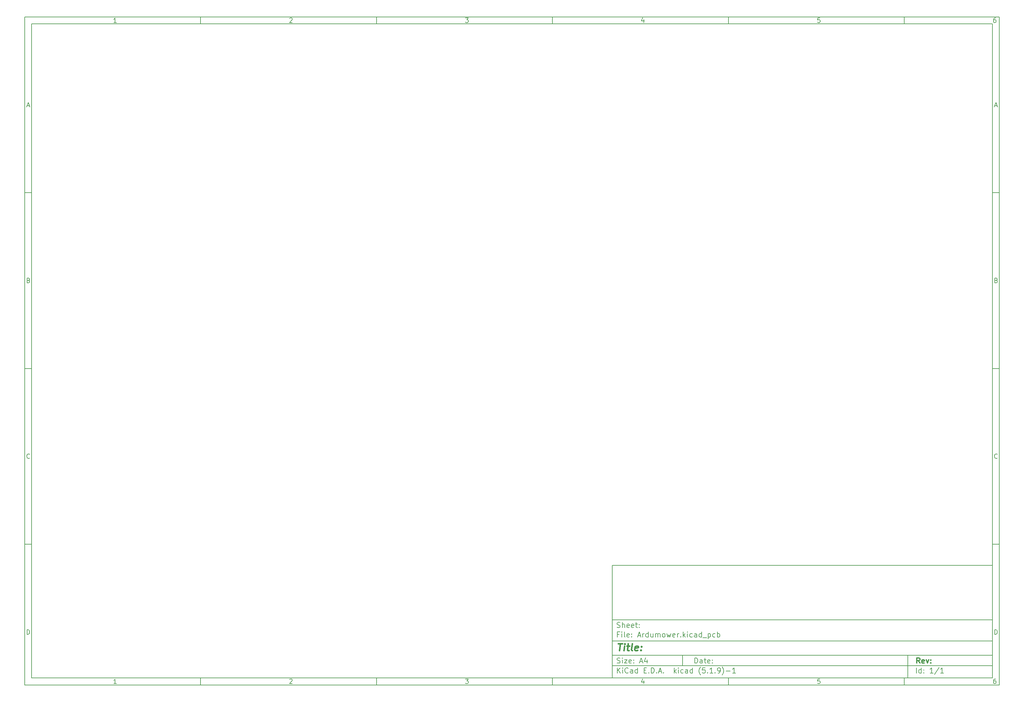
<source format=gbr>
%TF.GenerationSoftware,KiCad,Pcbnew,(5.1.9)-1*%
%TF.CreationDate,2021-06-06T11:02:19+02:00*%
%TF.ProjectId,Ardumower,41726475-6d6f-4776-9572-2e6b69636164,rev?*%
%TF.SameCoordinates,Original*%
%TF.FileFunction,Paste,Bot*%
%TF.FilePolarity,Positive*%
%FSLAX46Y46*%
G04 Gerber Fmt 4.6, Leading zero omitted, Abs format (unit mm)*
G04 Created by KiCad (PCBNEW (5.1.9)-1) date 2021-06-06 11:02:19*
%MOMM*%
%LPD*%
G01*
G04 APERTURE LIST*
%ADD10C,0.100000*%
%ADD11C,0.150000*%
%ADD12C,0.300000*%
%ADD13C,0.400000*%
G04 APERTURE END LIST*
D10*
D11*
X177002200Y-166007200D02*
X177002200Y-198007200D01*
X285002200Y-198007200D01*
X285002200Y-166007200D01*
X177002200Y-166007200D01*
D10*
D11*
X10000000Y-10000000D02*
X10000000Y-200007200D01*
X287002200Y-200007200D01*
X287002200Y-10000000D01*
X10000000Y-10000000D01*
D10*
D11*
X12000000Y-12000000D02*
X12000000Y-198007200D01*
X285002200Y-198007200D01*
X285002200Y-12000000D01*
X12000000Y-12000000D01*
D10*
D11*
X60000000Y-12000000D02*
X60000000Y-10000000D01*
D10*
D11*
X110000000Y-12000000D02*
X110000000Y-10000000D01*
D10*
D11*
X160000000Y-12000000D02*
X160000000Y-10000000D01*
D10*
D11*
X210000000Y-12000000D02*
X210000000Y-10000000D01*
D10*
D11*
X260000000Y-12000000D02*
X260000000Y-10000000D01*
D10*
D11*
X36065476Y-11588095D02*
X35322619Y-11588095D01*
X35694047Y-11588095D02*
X35694047Y-10288095D01*
X35570238Y-10473809D01*
X35446428Y-10597619D01*
X35322619Y-10659523D01*
D10*
D11*
X85322619Y-10411904D02*
X85384523Y-10350000D01*
X85508333Y-10288095D01*
X85817857Y-10288095D01*
X85941666Y-10350000D01*
X86003571Y-10411904D01*
X86065476Y-10535714D01*
X86065476Y-10659523D01*
X86003571Y-10845238D01*
X85260714Y-11588095D01*
X86065476Y-11588095D01*
D10*
D11*
X135260714Y-10288095D02*
X136065476Y-10288095D01*
X135632142Y-10783333D01*
X135817857Y-10783333D01*
X135941666Y-10845238D01*
X136003571Y-10907142D01*
X136065476Y-11030952D01*
X136065476Y-11340476D01*
X136003571Y-11464285D01*
X135941666Y-11526190D01*
X135817857Y-11588095D01*
X135446428Y-11588095D01*
X135322619Y-11526190D01*
X135260714Y-11464285D01*
D10*
D11*
X185941666Y-10721428D02*
X185941666Y-11588095D01*
X185632142Y-10226190D02*
X185322619Y-11154761D01*
X186127380Y-11154761D01*
D10*
D11*
X236003571Y-10288095D02*
X235384523Y-10288095D01*
X235322619Y-10907142D01*
X235384523Y-10845238D01*
X235508333Y-10783333D01*
X235817857Y-10783333D01*
X235941666Y-10845238D01*
X236003571Y-10907142D01*
X236065476Y-11030952D01*
X236065476Y-11340476D01*
X236003571Y-11464285D01*
X235941666Y-11526190D01*
X235817857Y-11588095D01*
X235508333Y-11588095D01*
X235384523Y-11526190D01*
X235322619Y-11464285D01*
D10*
D11*
X285941666Y-10288095D02*
X285694047Y-10288095D01*
X285570238Y-10350000D01*
X285508333Y-10411904D01*
X285384523Y-10597619D01*
X285322619Y-10845238D01*
X285322619Y-11340476D01*
X285384523Y-11464285D01*
X285446428Y-11526190D01*
X285570238Y-11588095D01*
X285817857Y-11588095D01*
X285941666Y-11526190D01*
X286003571Y-11464285D01*
X286065476Y-11340476D01*
X286065476Y-11030952D01*
X286003571Y-10907142D01*
X285941666Y-10845238D01*
X285817857Y-10783333D01*
X285570238Y-10783333D01*
X285446428Y-10845238D01*
X285384523Y-10907142D01*
X285322619Y-11030952D01*
D10*
D11*
X60000000Y-198007200D02*
X60000000Y-200007200D01*
D10*
D11*
X110000000Y-198007200D02*
X110000000Y-200007200D01*
D10*
D11*
X160000000Y-198007200D02*
X160000000Y-200007200D01*
D10*
D11*
X210000000Y-198007200D02*
X210000000Y-200007200D01*
D10*
D11*
X260000000Y-198007200D02*
X260000000Y-200007200D01*
D10*
D11*
X36065476Y-199595295D02*
X35322619Y-199595295D01*
X35694047Y-199595295D02*
X35694047Y-198295295D01*
X35570238Y-198481009D01*
X35446428Y-198604819D01*
X35322619Y-198666723D01*
D10*
D11*
X85322619Y-198419104D02*
X85384523Y-198357200D01*
X85508333Y-198295295D01*
X85817857Y-198295295D01*
X85941666Y-198357200D01*
X86003571Y-198419104D01*
X86065476Y-198542914D01*
X86065476Y-198666723D01*
X86003571Y-198852438D01*
X85260714Y-199595295D01*
X86065476Y-199595295D01*
D10*
D11*
X135260714Y-198295295D02*
X136065476Y-198295295D01*
X135632142Y-198790533D01*
X135817857Y-198790533D01*
X135941666Y-198852438D01*
X136003571Y-198914342D01*
X136065476Y-199038152D01*
X136065476Y-199347676D01*
X136003571Y-199471485D01*
X135941666Y-199533390D01*
X135817857Y-199595295D01*
X135446428Y-199595295D01*
X135322619Y-199533390D01*
X135260714Y-199471485D01*
D10*
D11*
X185941666Y-198728628D02*
X185941666Y-199595295D01*
X185632142Y-198233390D02*
X185322619Y-199161961D01*
X186127380Y-199161961D01*
D10*
D11*
X236003571Y-198295295D02*
X235384523Y-198295295D01*
X235322619Y-198914342D01*
X235384523Y-198852438D01*
X235508333Y-198790533D01*
X235817857Y-198790533D01*
X235941666Y-198852438D01*
X236003571Y-198914342D01*
X236065476Y-199038152D01*
X236065476Y-199347676D01*
X236003571Y-199471485D01*
X235941666Y-199533390D01*
X235817857Y-199595295D01*
X235508333Y-199595295D01*
X235384523Y-199533390D01*
X235322619Y-199471485D01*
D10*
D11*
X285941666Y-198295295D02*
X285694047Y-198295295D01*
X285570238Y-198357200D01*
X285508333Y-198419104D01*
X285384523Y-198604819D01*
X285322619Y-198852438D01*
X285322619Y-199347676D01*
X285384523Y-199471485D01*
X285446428Y-199533390D01*
X285570238Y-199595295D01*
X285817857Y-199595295D01*
X285941666Y-199533390D01*
X286003571Y-199471485D01*
X286065476Y-199347676D01*
X286065476Y-199038152D01*
X286003571Y-198914342D01*
X285941666Y-198852438D01*
X285817857Y-198790533D01*
X285570238Y-198790533D01*
X285446428Y-198852438D01*
X285384523Y-198914342D01*
X285322619Y-199038152D01*
D10*
D11*
X10000000Y-60000000D02*
X12000000Y-60000000D01*
D10*
D11*
X10000000Y-110000000D02*
X12000000Y-110000000D01*
D10*
D11*
X10000000Y-160000000D02*
X12000000Y-160000000D01*
D10*
D11*
X10690476Y-35216666D02*
X11309523Y-35216666D01*
X10566666Y-35588095D02*
X11000000Y-34288095D01*
X11433333Y-35588095D01*
D10*
D11*
X11092857Y-84907142D02*
X11278571Y-84969047D01*
X11340476Y-85030952D01*
X11402380Y-85154761D01*
X11402380Y-85340476D01*
X11340476Y-85464285D01*
X11278571Y-85526190D01*
X11154761Y-85588095D01*
X10659523Y-85588095D01*
X10659523Y-84288095D01*
X11092857Y-84288095D01*
X11216666Y-84350000D01*
X11278571Y-84411904D01*
X11340476Y-84535714D01*
X11340476Y-84659523D01*
X11278571Y-84783333D01*
X11216666Y-84845238D01*
X11092857Y-84907142D01*
X10659523Y-84907142D01*
D10*
D11*
X11402380Y-135464285D02*
X11340476Y-135526190D01*
X11154761Y-135588095D01*
X11030952Y-135588095D01*
X10845238Y-135526190D01*
X10721428Y-135402380D01*
X10659523Y-135278571D01*
X10597619Y-135030952D01*
X10597619Y-134845238D01*
X10659523Y-134597619D01*
X10721428Y-134473809D01*
X10845238Y-134350000D01*
X11030952Y-134288095D01*
X11154761Y-134288095D01*
X11340476Y-134350000D01*
X11402380Y-134411904D01*
D10*
D11*
X10659523Y-185588095D02*
X10659523Y-184288095D01*
X10969047Y-184288095D01*
X11154761Y-184350000D01*
X11278571Y-184473809D01*
X11340476Y-184597619D01*
X11402380Y-184845238D01*
X11402380Y-185030952D01*
X11340476Y-185278571D01*
X11278571Y-185402380D01*
X11154761Y-185526190D01*
X10969047Y-185588095D01*
X10659523Y-185588095D01*
D10*
D11*
X287002200Y-60000000D02*
X285002200Y-60000000D01*
D10*
D11*
X287002200Y-110000000D02*
X285002200Y-110000000D01*
D10*
D11*
X287002200Y-160000000D02*
X285002200Y-160000000D01*
D10*
D11*
X285692676Y-35216666D02*
X286311723Y-35216666D01*
X285568866Y-35588095D02*
X286002200Y-34288095D01*
X286435533Y-35588095D01*
D10*
D11*
X286095057Y-84907142D02*
X286280771Y-84969047D01*
X286342676Y-85030952D01*
X286404580Y-85154761D01*
X286404580Y-85340476D01*
X286342676Y-85464285D01*
X286280771Y-85526190D01*
X286156961Y-85588095D01*
X285661723Y-85588095D01*
X285661723Y-84288095D01*
X286095057Y-84288095D01*
X286218866Y-84350000D01*
X286280771Y-84411904D01*
X286342676Y-84535714D01*
X286342676Y-84659523D01*
X286280771Y-84783333D01*
X286218866Y-84845238D01*
X286095057Y-84907142D01*
X285661723Y-84907142D01*
D10*
D11*
X286404580Y-135464285D02*
X286342676Y-135526190D01*
X286156961Y-135588095D01*
X286033152Y-135588095D01*
X285847438Y-135526190D01*
X285723628Y-135402380D01*
X285661723Y-135278571D01*
X285599819Y-135030952D01*
X285599819Y-134845238D01*
X285661723Y-134597619D01*
X285723628Y-134473809D01*
X285847438Y-134350000D01*
X286033152Y-134288095D01*
X286156961Y-134288095D01*
X286342676Y-134350000D01*
X286404580Y-134411904D01*
D10*
D11*
X285661723Y-185588095D02*
X285661723Y-184288095D01*
X285971247Y-184288095D01*
X286156961Y-184350000D01*
X286280771Y-184473809D01*
X286342676Y-184597619D01*
X286404580Y-184845238D01*
X286404580Y-185030952D01*
X286342676Y-185278571D01*
X286280771Y-185402380D01*
X286156961Y-185526190D01*
X285971247Y-185588095D01*
X285661723Y-185588095D01*
D10*
D11*
X200434342Y-193785771D02*
X200434342Y-192285771D01*
X200791485Y-192285771D01*
X201005771Y-192357200D01*
X201148628Y-192500057D01*
X201220057Y-192642914D01*
X201291485Y-192928628D01*
X201291485Y-193142914D01*
X201220057Y-193428628D01*
X201148628Y-193571485D01*
X201005771Y-193714342D01*
X200791485Y-193785771D01*
X200434342Y-193785771D01*
X202577200Y-193785771D02*
X202577200Y-193000057D01*
X202505771Y-192857200D01*
X202362914Y-192785771D01*
X202077200Y-192785771D01*
X201934342Y-192857200D01*
X202577200Y-193714342D02*
X202434342Y-193785771D01*
X202077200Y-193785771D01*
X201934342Y-193714342D01*
X201862914Y-193571485D01*
X201862914Y-193428628D01*
X201934342Y-193285771D01*
X202077200Y-193214342D01*
X202434342Y-193214342D01*
X202577200Y-193142914D01*
X203077200Y-192785771D02*
X203648628Y-192785771D01*
X203291485Y-192285771D02*
X203291485Y-193571485D01*
X203362914Y-193714342D01*
X203505771Y-193785771D01*
X203648628Y-193785771D01*
X204720057Y-193714342D02*
X204577200Y-193785771D01*
X204291485Y-193785771D01*
X204148628Y-193714342D01*
X204077200Y-193571485D01*
X204077200Y-193000057D01*
X204148628Y-192857200D01*
X204291485Y-192785771D01*
X204577200Y-192785771D01*
X204720057Y-192857200D01*
X204791485Y-193000057D01*
X204791485Y-193142914D01*
X204077200Y-193285771D01*
X205434342Y-193642914D02*
X205505771Y-193714342D01*
X205434342Y-193785771D01*
X205362914Y-193714342D01*
X205434342Y-193642914D01*
X205434342Y-193785771D01*
X205434342Y-192857200D02*
X205505771Y-192928628D01*
X205434342Y-193000057D01*
X205362914Y-192928628D01*
X205434342Y-192857200D01*
X205434342Y-193000057D01*
D10*
D11*
X177002200Y-194507200D02*
X285002200Y-194507200D01*
D10*
D11*
X178434342Y-196585771D02*
X178434342Y-195085771D01*
X179291485Y-196585771D02*
X178648628Y-195728628D01*
X179291485Y-195085771D02*
X178434342Y-195942914D01*
X179934342Y-196585771D02*
X179934342Y-195585771D01*
X179934342Y-195085771D02*
X179862914Y-195157200D01*
X179934342Y-195228628D01*
X180005771Y-195157200D01*
X179934342Y-195085771D01*
X179934342Y-195228628D01*
X181505771Y-196442914D02*
X181434342Y-196514342D01*
X181220057Y-196585771D01*
X181077200Y-196585771D01*
X180862914Y-196514342D01*
X180720057Y-196371485D01*
X180648628Y-196228628D01*
X180577200Y-195942914D01*
X180577200Y-195728628D01*
X180648628Y-195442914D01*
X180720057Y-195300057D01*
X180862914Y-195157200D01*
X181077200Y-195085771D01*
X181220057Y-195085771D01*
X181434342Y-195157200D01*
X181505771Y-195228628D01*
X182791485Y-196585771D02*
X182791485Y-195800057D01*
X182720057Y-195657200D01*
X182577200Y-195585771D01*
X182291485Y-195585771D01*
X182148628Y-195657200D01*
X182791485Y-196514342D02*
X182648628Y-196585771D01*
X182291485Y-196585771D01*
X182148628Y-196514342D01*
X182077200Y-196371485D01*
X182077200Y-196228628D01*
X182148628Y-196085771D01*
X182291485Y-196014342D01*
X182648628Y-196014342D01*
X182791485Y-195942914D01*
X184148628Y-196585771D02*
X184148628Y-195085771D01*
X184148628Y-196514342D02*
X184005771Y-196585771D01*
X183720057Y-196585771D01*
X183577200Y-196514342D01*
X183505771Y-196442914D01*
X183434342Y-196300057D01*
X183434342Y-195871485D01*
X183505771Y-195728628D01*
X183577200Y-195657200D01*
X183720057Y-195585771D01*
X184005771Y-195585771D01*
X184148628Y-195657200D01*
X186005771Y-195800057D02*
X186505771Y-195800057D01*
X186720057Y-196585771D02*
X186005771Y-196585771D01*
X186005771Y-195085771D01*
X186720057Y-195085771D01*
X187362914Y-196442914D02*
X187434342Y-196514342D01*
X187362914Y-196585771D01*
X187291485Y-196514342D01*
X187362914Y-196442914D01*
X187362914Y-196585771D01*
X188077200Y-196585771D02*
X188077200Y-195085771D01*
X188434342Y-195085771D01*
X188648628Y-195157200D01*
X188791485Y-195300057D01*
X188862914Y-195442914D01*
X188934342Y-195728628D01*
X188934342Y-195942914D01*
X188862914Y-196228628D01*
X188791485Y-196371485D01*
X188648628Y-196514342D01*
X188434342Y-196585771D01*
X188077200Y-196585771D01*
X189577200Y-196442914D02*
X189648628Y-196514342D01*
X189577200Y-196585771D01*
X189505771Y-196514342D01*
X189577200Y-196442914D01*
X189577200Y-196585771D01*
X190220057Y-196157200D02*
X190934342Y-196157200D01*
X190077200Y-196585771D02*
X190577200Y-195085771D01*
X191077200Y-196585771D01*
X191577200Y-196442914D02*
X191648628Y-196514342D01*
X191577200Y-196585771D01*
X191505771Y-196514342D01*
X191577200Y-196442914D01*
X191577200Y-196585771D01*
X194577200Y-196585771D02*
X194577200Y-195085771D01*
X194720057Y-196014342D02*
X195148628Y-196585771D01*
X195148628Y-195585771D02*
X194577200Y-196157200D01*
X195791485Y-196585771D02*
X195791485Y-195585771D01*
X195791485Y-195085771D02*
X195720057Y-195157200D01*
X195791485Y-195228628D01*
X195862914Y-195157200D01*
X195791485Y-195085771D01*
X195791485Y-195228628D01*
X197148628Y-196514342D02*
X197005771Y-196585771D01*
X196720057Y-196585771D01*
X196577200Y-196514342D01*
X196505771Y-196442914D01*
X196434342Y-196300057D01*
X196434342Y-195871485D01*
X196505771Y-195728628D01*
X196577200Y-195657200D01*
X196720057Y-195585771D01*
X197005771Y-195585771D01*
X197148628Y-195657200D01*
X198434342Y-196585771D02*
X198434342Y-195800057D01*
X198362914Y-195657200D01*
X198220057Y-195585771D01*
X197934342Y-195585771D01*
X197791485Y-195657200D01*
X198434342Y-196514342D02*
X198291485Y-196585771D01*
X197934342Y-196585771D01*
X197791485Y-196514342D01*
X197720057Y-196371485D01*
X197720057Y-196228628D01*
X197791485Y-196085771D01*
X197934342Y-196014342D01*
X198291485Y-196014342D01*
X198434342Y-195942914D01*
X199791485Y-196585771D02*
X199791485Y-195085771D01*
X199791485Y-196514342D02*
X199648628Y-196585771D01*
X199362914Y-196585771D01*
X199220057Y-196514342D01*
X199148628Y-196442914D01*
X199077200Y-196300057D01*
X199077200Y-195871485D01*
X199148628Y-195728628D01*
X199220057Y-195657200D01*
X199362914Y-195585771D01*
X199648628Y-195585771D01*
X199791485Y-195657200D01*
X202077200Y-197157200D02*
X202005771Y-197085771D01*
X201862914Y-196871485D01*
X201791485Y-196728628D01*
X201720057Y-196514342D01*
X201648628Y-196157200D01*
X201648628Y-195871485D01*
X201720057Y-195514342D01*
X201791485Y-195300057D01*
X201862914Y-195157200D01*
X202005771Y-194942914D01*
X202077200Y-194871485D01*
X203362914Y-195085771D02*
X202648628Y-195085771D01*
X202577200Y-195800057D01*
X202648628Y-195728628D01*
X202791485Y-195657200D01*
X203148628Y-195657200D01*
X203291485Y-195728628D01*
X203362914Y-195800057D01*
X203434342Y-195942914D01*
X203434342Y-196300057D01*
X203362914Y-196442914D01*
X203291485Y-196514342D01*
X203148628Y-196585771D01*
X202791485Y-196585771D01*
X202648628Y-196514342D01*
X202577200Y-196442914D01*
X204077200Y-196442914D02*
X204148628Y-196514342D01*
X204077200Y-196585771D01*
X204005771Y-196514342D01*
X204077200Y-196442914D01*
X204077200Y-196585771D01*
X205577200Y-196585771D02*
X204720057Y-196585771D01*
X205148628Y-196585771D02*
X205148628Y-195085771D01*
X205005771Y-195300057D01*
X204862914Y-195442914D01*
X204720057Y-195514342D01*
X206220057Y-196442914D02*
X206291485Y-196514342D01*
X206220057Y-196585771D01*
X206148628Y-196514342D01*
X206220057Y-196442914D01*
X206220057Y-196585771D01*
X207005771Y-196585771D02*
X207291485Y-196585771D01*
X207434342Y-196514342D01*
X207505771Y-196442914D01*
X207648628Y-196228628D01*
X207720057Y-195942914D01*
X207720057Y-195371485D01*
X207648628Y-195228628D01*
X207577200Y-195157200D01*
X207434342Y-195085771D01*
X207148628Y-195085771D01*
X207005771Y-195157200D01*
X206934342Y-195228628D01*
X206862914Y-195371485D01*
X206862914Y-195728628D01*
X206934342Y-195871485D01*
X207005771Y-195942914D01*
X207148628Y-196014342D01*
X207434342Y-196014342D01*
X207577200Y-195942914D01*
X207648628Y-195871485D01*
X207720057Y-195728628D01*
X208220057Y-197157200D02*
X208291485Y-197085771D01*
X208434342Y-196871485D01*
X208505771Y-196728628D01*
X208577200Y-196514342D01*
X208648628Y-196157200D01*
X208648628Y-195871485D01*
X208577200Y-195514342D01*
X208505771Y-195300057D01*
X208434342Y-195157200D01*
X208291485Y-194942914D01*
X208220057Y-194871485D01*
X209362914Y-196014342D02*
X210505771Y-196014342D01*
X212005771Y-196585771D02*
X211148628Y-196585771D01*
X211577200Y-196585771D02*
X211577200Y-195085771D01*
X211434342Y-195300057D01*
X211291485Y-195442914D01*
X211148628Y-195514342D01*
D10*
D11*
X177002200Y-191507200D02*
X285002200Y-191507200D01*
D10*
D12*
X264411485Y-193785771D02*
X263911485Y-193071485D01*
X263554342Y-193785771D02*
X263554342Y-192285771D01*
X264125771Y-192285771D01*
X264268628Y-192357200D01*
X264340057Y-192428628D01*
X264411485Y-192571485D01*
X264411485Y-192785771D01*
X264340057Y-192928628D01*
X264268628Y-193000057D01*
X264125771Y-193071485D01*
X263554342Y-193071485D01*
X265625771Y-193714342D02*
X265482914Y-193785771D01*
X265197200Y-193785771D01*
X265054342Y-193714342D01*
X264982914Y-193571485D01*
X264982914Y-193000057D01*
X265054342Y-192857200D01*
X265197200Y-192785771D01*
X265482914Y-192785771D01*
X265625771Y-192857200D01*
X265697200Y-193000057D01*
X265697200Y-193142914D01*
X264982914Y-193285771D01*
X266197200Y-192785771D02*
X266554342Y-193785771D01*
X266911485Y-192785771D01*
X267482914Y-193642914D02*
X267554342Y-193714342D01*
X267482914Y-193785771D01*
X267411485Y-193714342D01*
X267482914Y-193642914D01*
X267482914Y-193785771D01*
X267482914Y-192857200D02*
X267554342Y-192928628D01*
X267482914Y-193000057D01*
X267411485Y-192928628D01*
X267482914Y-192857200D01*
X267482914Y-193000057D01*
D10*
D11*
X178362914Y-193714342D02*
X178577200Y-193785771D01*
X178934342Y-193785771D01*
X179077200Y-193714342D01*
X179148628Y-193642914D01*
X179220057Y-193500057D01*
X179220057Y-193357200D01*
X179148628Y-193214342D01*
X179077200Y-193142914D01*
X178934342Y-193071485D01*
X178648628Y-193000057D01*
X178505771Y-192928628D01*
X178434342Y-192857200D01*
X178362914Y-192714342D01*
X178362914Y-192571485D01*
X178434342Y-192428628D01*
X178505771Y-192357200D01*
X178648628Y-192285771D01*
X179005771Y-192285771D01*
X179220057Y-192357200D01*
X179862914Y-193785771D02*
X179862914Y-192785771D01*
X179862914Y-192285771D02*
X179791485Y-192357200D01*
X179862914Y-192428628D01*
X179934342Y-192357200D01*
X179862914Y-192285771D01*
X179862914Y-192428628D01*
X180434342Y-192785771D02*
X181220057Y-192785771D01*
X180434342Y-193785771D01*
X181220057Y-193785771D01*
X182362914Y-193714342D02*
X182220057Y-193785771D01*
X181934342Y-193785771D01*
X181791485Y-193714342D01*
X181720057Y-193571485D01*
X181720057Y-193000057D01*
X181791485Y-192857200D01*
X181934342Y-192785771D01*
X182220057Y-192785771D01*
X182362914Y-192857200D01*
X182434342Y-193000057D01*
X182434342Y-193142914D01*
X181720057Y-193285771D01*
X183077200Y-193642914D02*
X183148628Y-193714342D01*
X183077200Y-193785771D01*
X183005771Y-193714342D01*
X183077200Y-193642914D01*
X183077200Y-193785771D01*
X183077200Y-192857200D02*
X183148628Y-192928628D01*
X183077200Y-193000057D01*
X183005771Y-192928628D01*
X183077200Y-192857200D01*
X183077200Y-193000057D01*
X184862914Y-193357200D02*
X185577200Y-193357200D01*
X184720057Y-193785771D02*
X185220057Y-192285771D01*
X185720057Y-193785771D01*
X186862914Y-192785771D02*
X186862914Y-193785771D01*
X186505771Y-192214342D02*
X186148628Y-193285771D01*
X187077200Y-193285771D01*
D10*
D11*
X263434342Y-196585771D02*
X263434342Y-195085771D01*
X264791485Y-196585771D02*
X264791485Y-195085771D01*
X264791485Y-196514342D02*
X264648628Y-196585771D01*
X264362914Y-196585771D01*
X264220057Y-196514342D01*
X264148628Y-196442914D01*
X264077200Y-196300057D01*
X264077200Y-195871485D01*
X264148628Y-195728628D01*
X264220057Y-195657200D01*
X264362914Y-195585771D01*
X264648628Y-195585771D01*
X264791485Y-195657200D01*
X265505771Y-196442914D02*
X265577200Y-196514342D01*
X265505771Y-196585771D01*
X265434342Y-196514342D01*
X265505771Y-196442914D01*
X265505771Y-196585771D01*
X265505771Y-195657200D02*
X265577200Y-195728628D01*
X265505771Y-195800057D01*
X265434342Y-195728628D01*
X265505771Y-195657200D01*
X265505771Y-195800057D01*
X268148628Y-196585771D02*
X267291485Y-196585771D01*
X267720057Y-196585771D02*
X267720057Y-195085771D01*
X267577200Y-195300057D01*
X267434342Y-195442914D01*
X267291485Y-195514342D01*
X269862914Y-195014342D02*
X268577200Y-196942914D01*
X271148628Y-196585771D02*
X270291485Y-196585771D01*
X270720057Y-196585771D02*
X270720057Y-195085771D01*
X270577200Y-195300057D01*
X270434342Y-195442914D01*
X270291485Y-195514342D01*
D10*
D11*
X177002200Y-187507200D02*
X285002200Y-187507200D01*
D10*
D13*
X178714580Y-188211961D02*
X179857438Y-188211961D01*
X179036009Y-190211961D02*
X179286009Y-188211961D01*
X180274104Y-190211961D02*
X180440771Y-188878628D01*
X180524104Y-188211961D02*
X180416961Y-188307200D01*
X180500295Y-188402438D01*
X180607438Y-188307200D01*
X180524104Y-188211961D01*
X180500295Y-188402438D01*
X181107438Y-188878628D02*
X181869342Y-188878628D01*
X181476485Y-188211961D02*
X181262200Y-189926247D01*
X181333628Y-190116723D01*
X181512200Y-190211961D01*
X181702676Y-190211961D01*
X182655057Y-190211961D02*
X182476485Y-190116723D01*
X182405057Y-189926247D01*
X182619342Y-188211961D01*
X184190771Y-190116723D02*
X183988390Y-190211961D01*
X183607438Y-190211961D01*
X183428866Y-190116723D01*
X183357438Y-189926247D01*
X183452676Y-189164342D01*
X183571723Y-188973866D01*
X183774104Y-188878628D01*
X184155057Y-188878628D01*
X184333628Y-188973866D01*
X184405057Y-189164342D01*
X184381247Y-189354819D01*
X183405057Y-189545295D01*
X185155057Y-190021485D02*
X185238390Y-190116723D01*
X185131247Y-190211961D01*
X185047914Y-190116723D01*
X185155057Y-190021485D01*
X185131247Y-190211961D01*
X185286009Y-188973866D02*
X185369342Y-189069104D01*
X185262200Y-189164342D01*
X185178866Y-189069104D01*
X185286009Y-188973866D01*
X185262200Y-189164342D01*
D10*
D11*
X178934342Y-185600057D02*
X178434342Y-185600057D01*
X178434342Y-186385771D02*
X178434342Y-184885771D01*
X179148628Y-184885771D01*
X179720057Y-186385771D02*
X179720057Y-185385771D01*
X179720057Y-184885771D02*
X179648628Y-184957200D01*
X179720057Y-185028628D01*
X179791485Y-184957200D01*
X179720057Y-184885771D01*
X179720057Y-185028628D01*
X180648628Y-186385771D02*
X180505771Y-186314342D01*
X180434342Y-186171485D01*
X180434342Y-184885771D01*
X181791485Y-186314342D02*
X181648628Y-186385771D01*
X181362914Y-186385771D01*
X181220057Y-186314342D01*
X181148628Y-186171485D01*
X181148628Y-185600057D01*
X181220057Y-185457200D01*
X181362914Y-185385771D01*
X181648628Y-185385771D01*
X181791485Y-185457200D01*
X181862914Y-185600057D01*
X181862914Y-185742914D01*
X181148628Y-185885771D01*
X182505771Y-186242914D02*
X182577200Y-186314342D01*
X182505771Y-186385771D01*
X182434342Y-186314342D01*
X182505771Y-186242914D01*
X182505771Y-186385771D01*
X182505771Y-185457200D02*
X182577200Y-185528628D01*
X182505771Y-185600057D01*
X182434342Y-185528628D01*
X182505771Y-185457200D01*
X182505771Y-185600057D01*
X184291485Y-185957200D02*
X185005771Y-185957200D01*
X184148628Y-186385771D02*
X184648628Y-184885771D01*
X185148628Y-186385771D01*
X185648628Y-186385771D02*
X185648628Y-185385771D01*
X185648628Y-185671485D02*
X185720057Y-185528628D01*
X185791485Y-185457200D01*
X185934342Y-185385771D01*
X186077200Y-185385771D01*
X187220057Y-186385771D02*
X187220057Y-184885771D01*
X187220057Y-186314342D02*
X187077200Y-186385771D01*
X186791485Y-186385771D01*
X186648628Y-186314342D01*
X186577200Y-186242914D01*
X186505771Y-186100057D01*
X186505771Y-185671485D01*
X186577200Y-185528628D01*
X186648628Y-185457200D01*
X186791485Y-185385771D01*
X187077200Y-185385771D01*
X187220057Y-185457200D01*
X188577200Y-185385771D02*
X188577200Y-186385771D01*
X187934342Y-185385771D02*
X187934342Y-186171485D01*
X188005771Y-186314342D01*
X188148628Y-186385771D01*
X188362914Y-186385771D01*
X188505771Y-186314342D01*
X188577200Y-186242914D01*
X189291485Y-186385771D02*
X189291485Y-185385771D01*
X189291485Y-185528628D02*
X189362914Y-185457200D01*
X189505771Y-185385771D01*
X189720057Y-185385771D01*
X189862914Y-185457200D01*
X189934342Y-185600057D01*
X189934342Y-186385771D01*
X189934342Y-185600057D02*
X190005771Y-185457200D01*
X190148628Y-185385771D01*
X190362914Y-185385771D01*
X190505771Y-185457200D01*
X190577200Y-185600057D01*
X190577200Y-186385771D01*
X191505771Y-186385771D02*
X191362914Y-186314342D01*
X191291485Y-186242914D01*
X191220057Y-186100057D01*
X191220057Y-185671485D01*
X191291485Y-185528628D01*
X191362914Y-185457200D01*
X191505771Y-185385771D01*
X191720057Y-185385771D01*
X191862914Y-185457200D01*
X191934342Y-185528628D01*
X192005771Y-185671485D01*
X192005771Y-186100057D01*
X191934342Y-186242914D01*
X191862914Y-186314342D01*
X191720057Y-186385771D01*
X191505771Y-186385771D01*
X192505771Y-185385771D02*
X192791485Y-186385771D01*
X193077200Y-185671485D01*
X193362914Y-186385771D01*
X193648628Y-185385771D01*
X194791485Y-186314342D02*
X194648628Y-186385771D01*
X194362914Y-186385771D01*
X194220057Y-186314342D01*
X194148628Y-186171485D01*
X194148628Y-185600057D01*
X194220057Y-185457200D01*
X194362914Y-185385771D01*
X194648628Y-185385771D01*
X194791485Y-185457200D01*
X194862914Y-185600057D01*
X194862914Y-185742914D01*
X194148628Y-185885771D01*
X195505771Y-186385771D02*
X195505771Y-185385771D01*
X195505771Y-185671485D02*
X195577200Y-185528628D01*
X195648628Y-185457200D01*
X195791485Y-185385771D01*
X195934342Y-185385771D01*
X196434342Y-186242914D02*
X196505771Y-186314342D01*
X196434342Y-186385771D01*
X196362914Y-186314342D01*
X196434342Y-186242914D01*
X196434342Y-186385771D01*
X197148628Y-186385771D02*
X197148628Y-184885771D01*
X197291485Y-185814342D02*
X197720057Y-186385771D01*
X197720057Y-185385771D02*
X197148628Y-185957200D01*
X198362914Y-186385771D02*
X198362914Y-185385771D01*
X198362914Y-184885771D02*
X198291485Y-184957200D01*
X198362914Y-185028628D01*
X198434342Y-184957200D01*
X198362914Y-184885771D01*
X198362914Y-185028628D01*
X199720057Y-186314342D02*
X199577200Y-186385771D01*
X199291485Y-186385771D01*
X199148628Y-186314342D01*
X199077200Y-186242914D01*
X199005771Y-186100057D01*
X199005771Y-185671485D01*
X199077200Y-185528628D01*
X199148628Y-185457200D01*
X199291485Y-185385771D01*
X199577200Y-185385771D01*
X199720057Y-185457200D01*
X201005771Y-186385771D02*
X201005771Y-185600057D01*
X200934342Y-185457200D01*
X200791485Y-185385771D01*
X200505771Y-185385771D01*
X200362914Y-185457200D01*
X201005771Y-186314342D02*
X200862914Y-186385771D01*
X200505771Y-186385771D01*
X200362914Y-186314342D01*
X200291485Y-186171485D01*
X200291485Y-186028628D01*
X200362914Y-185885771D01*
X200505771Y-185814342D01*
X200862914Y-185814342D01*
X201005771Y-185742914D01*
X202362914Y-186385771D02*
X202362914Y-184885771D01*
X202362914Y-186314342D02*
X202220057Y-186385771D01*
X201934342Y-186385771D01*
X201791485Y-186314342D01*
X201720057Y-186242914D01*
X201648628Y-186100057D01*
X201648628Y-185671485D01*
X201720057Y-185528628D01*
X201791485Y-185457200D01*
X201934342Y-185385771D01*
X202220057Y-185385771D01*
X202362914Y-185457200D01*
X202720057Y-186528628D02*
X203862914Y-186528628D01*
X204220057Y-185385771D02*
X204220057Y-186885771D01*
X204220057Y-185457200D02*
X204362914Y-185385771D01*
X204648628Y-185385771D01*
X204791485Y-185457200D01*
X204862914Y-185528628D01*
X204934342Y-185671485D01*
X204934342Y-186100057D01*
X204862914Y-186242914D01*
X204791485Y-186314342D01*
X204648628Y-186385771D01*
X204362914Y-186385771D01*
X204220057Y-186314342D01*
X206220057Y-186314342D02*
X206077200Y-186385771D01*
X205791485Y-186385771D01*
X205648628Y-186314342D01*
X205577200Y-186242914D01*
X205505771Y-186100057D01*
X205505771Y-185671485D01*
X205577200Y-185528628D01*
X205648628Y-185457200D01*
X205791485Y-185385771D01*
X206077200Y-185385771D01*
X206220057Y-185457200D01*
X206862914Y-186385771D02*
X206862914Y-184885771D01*
X206862914Y-185457200D02*
X207005771Y-185385771D01*
X207291485Y-185385771D01*
X207434342Y-185457200D01*
X207505771Y-185528628D01*
X207577200Y-185671485D01*
X207577200Y-186100057D01*
X207505771Y-186242914D01*
X207434342Y-186314342D01*
X207291485Y-186385771D01*
X207005771Y-186385771D01*
X206862914Y-186314342D01*
D10*
D11*
X177002200Y-181507200D02*
X285002200Y-181507200D01*
D10*
D11*
X178362914Y-183614342D02*
X178577200Y-183685771D01*
X178934342Y-183685771D01*
X179077200Y-183614342D01*
X179148628Y-183542914D01*
X179220057Y-183400057D01*
X179220057Y-183257200D01*
X179148628Y-183114342D01*
X179077200Y-183042914D01*
X178934342Y-182971485D01*
X178648628Y-182900057D01*
X178505771Y-182828628D01*
X178434342Y-182757200D01*
X178362914Y-182614342D01*
X178362914Y-182471485D01*
X178434342Y-182328628D01*
X178505771Y-182257200D01*
X178648628Y-182185771D01*
X179005771Y-182185771D01*
X179220057Y-182257200D01*
X179862914Y-183685771D02*
X179862914Y-182185771D01*
X180505771Y-183685771D02*
X180505771Y-182900057D01*
X180434342Y-182757200D01*
X180291485Y-182685771D01*
X180077200Y-182685771D01*
X179934342Y-182757200D01*
X179862914Y-182828628D01*
X181791485Y-183614342D02*
X181648628Y-183685771D01*
X181362914Y-183685771D01*
X181220057Y-183614342D01*
X181148628Y-183471485D01*
X181148628Y-182900057D01*
X181220057Y-182757200D01*
X181362914Y-182685771D01*
X181648628Y-182685771D01*
X181791485Y-182757200D01*
X181862914Y-182900057D01*
X181862914Y-183042914D01*
X181148628Y-183185771D01*
X183077200Y-183614342D02*
X182934342Y-183685771D01*
X182648628Y-183685771D01*
X182505771Y-183614342D01*
X182434342Y-183471485D01*
X182434342Y-182900057D01*
X182505771Y-182757200D01*
X182648628Y-182685771D01*
X182934342Y-182685771D01*
X183077200Y-182757200D01*
X183148628Y-182900057D01*
X183148628Y-183042914D01*
X182434342Y-183185771D01*
X183577200Y-182685771D02*
X184148628Y-182685771D01*
X183791485Y-182185771D02*
X183791485Y-183471485D01*
X183862914Y-183614342D01*
X184005771Y-183685771D01*
X184148628Y-183685771D01*
X184648628Y-183542914D02*
X184720057Y-183614342D01*
X184648628Y-183685771D01*
X184577200Y-183614342D01*
X184648628Y-183542914D01*
X184648628Y-183685771D01*
X184648628Y-182757200D02*
X184720057Y-182828628D01*
X184648628Y-182900057D01*
X184577200Y-182828628D01*
X184648628Y-182757200D01*
X184648628Y-182900057D01*
D10*
D11*
X197002200Y-191507200D02*
X197002200Y-194507200D01*
D10*
D11*
X261002200Y-191507200D02*
X261002200Y-198007200D01*
M02*

</source>
